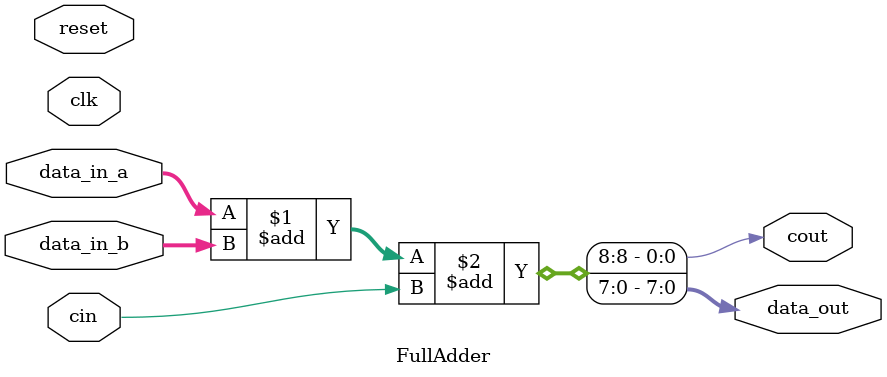
<source format=v>
/*********************** 
* Name:
*	FullAdder.v
* Description:
* Sumador con Carry de salida
* 
* Inputs:
*	clk: Clock de entrada
*	reset: Reset de entrada
*	data_in_a: Dato de entrada para hacer la sumatoria 
*	data_in_b: Dato de entrada para hacer la sumatoria
*	cin: Carry de entrada, usualmente en cero.
* Outputs:
*  data_out: Dato de salida de la sumatoria
*	cout: Carry de salida de la sumatoria
* Version:  
*	1.0
* Author: 
*	Ivan Martinez Flores & Jorge Araiza Martinez 
* Fecha: 
*	2/10/2018
***********************/
module FullAdder
#(
	parameter WORD_LENGTH = 4,
	parameter WORD = WORD_LENGTH*2
)
(
	input clk,
	input reset,
	input [WORD-1 : 0] data_in_a,
	input [WORD-1 : 0] data_in_b,
	input cin, //Carry In,
		
	output [WORD-1 : 0] data_out,
	output cout //Carry Out
);


assign {cout,data_out} = data_in_a+data_in_b+cin;
	
	
endmodule
</source>
